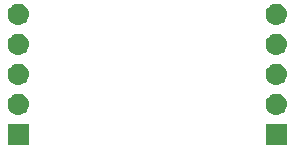
<source format=gbs>
G04 #@! TF.GenerationSoftware,KiCad,Pcbnew,5.0.2-bee76a0~70~ubuntu18.04.1*
G04 #@! TF.CreationDate,2019-07-29T11:10:54+02:00*
G04 #@! TF.ProjectId,SWD_Isolator,5357445f-4973-46f6-9c61-746f722e6b69,rev?*
G04 #@! TF.SameCoordinates,PX4148288PY2f7a4c0*
G04 #@! TF.FileFunction,Soldermask,Bot*
G04 #@! TF.FilePolarity,Negative*
%FSLAX46Y46*%
G04 Gerber Fmt 4.6, Leading zero omitted, Abs format (unit mm)*
G04 Created by KiCad (PCBNEW 5.0.2-bee76a0~70~ubuntu18.04.1) date pon 29 jul 2019 11:10:54 CEST*
%MOMM*%
%LPD*%
G01*
G04 APERTURE LIST*
%ADD10C,0.100000*%
G04 APERTURE END LIST*
D10*
G36*
X5028500Y432500D02*
X3226500Y432500D01*
X3226500Y2234500D01*
X5028500Y2234500D01*
X5028500Y432500D01*
X5028500Y432500D01*
G37*
G36*
X26872500Y432500D02*
X25070500Y432500D01*
X25070500Y2234500D01*
X26872500Y2234500D01*
X26872500Y432500D01*
X26872500Y432500D01*
G37*
G36*
X4237942Y4767982D02*
X4304127Y4761463D01*
X4417353Y4727116D01*
X4473967Y4709943D01*
X4612587Y4635848D01*
X4630491Y4626278D01*
X4666229Y4596948D01*
X4767686Y4513686D01*
X4850948Y4412229D01*
X4880278Y4376491D01*
X4880279Y4376489D01*
X4963943Y4219967D01*
X4963943Y4219966D01*
X5015463Y4050127D01*
X5032859Y3873500D01*
X5015463Y3696873D01*
X4981116Y3583647D01*
X4963943Y3527033D01*
X4889848Y3388413D01*
X4880278Y3370509D01*
X4850948Y3334771D01*
X4767686Y3233314D01*
X4666229Y3150052D01*
X4630491Y3120722D01*
X4630489Y3120721D01*
X4473967Y3037057D01*
X4417353Y3019884D01*
X4304127Y2985537D01*
X4237942Y2979018D01*
X4171760Y2972500D01*
X4083240Y2972500D01*
X4017057Y2979019D01*
X3950873Y2985537D01*
X3837647Y3019884D01*
X3781033Y3037057D01*
X3624511Y3120721D01*
X3624509Y3120722D01*
X3588771Y3150052D01*
X3487314Y3233314D01*
X3404052Y3334771D01*
X3374722Y3370509D01*
X3365152Y3388413D01*
X3291057Y3527033D01*
X3273884Y3583647D01*
X3239537Y3696873D01*
X3222141Y3873500D01*
X3239537Y4050127D01*
X3291057Y4219966D01*
X3291057Y4219967D01*
X3374721Y4376489D01*
X3374722Y4376491D01*
X3404052Y4412229D01*
X3487314Y4513686D01*
X3588771Y4596948D01*
X3624509Y4626278D01*
X3642413Y4635848D01*
X3781033Y4709943D01*
X3837647Y4727116D01*
X3950873Y4761463D01*
X4017058Y4767982D01*
X4083240Y4774500D01*
X4171760Y4774500D01*
X4237942Y4767982D01*
X4237942Y4767982D01*
G37*
G36*
X26081942Y4767982D02*
X26148127Y4761463D01*
X26261353Y4727116D01*
X26317967Y4709943D01*
X26456587Y4635848D01*
X26474491Y4626278D01*
X26510229Y4596948D01*
X26611686Y4513686D01*
X26694948Y4412229D01*
X26724278Y4376491D01*
X26724279Y4376489D01*
X26807943Y4219967D01*
X26807943Y4219966D01*
X26859463Y4050127D01*
X26876859Y3873500D01*
X26859463Y3696873D01*
X26825116Y3583647D01*
X26807943Y3527033D01*
X26733848Y3388413D01*
X26724278Y3370509D01*
X26694948Y3334771D01*
X26611686Y3233314D01*
X26510229Y3150052D01*
X26474491Y3120722D01*
X26474489Y3120721D01*
X26317967Y3037057D01*
X26261353Y3019884D01*
X26148127Y2985537D01*
X26081942Y2979018D01*
X26015760Y2972500D01*
X25927240Y2972500D01*
X25861057Y2979019D01*
X25794873Y2985537D01*
X25681647Y3019884D01*
X25625033Y3037057D01*
X25468511Y3120721D01*
X25468509Y3120722D01*
X25432771Y3150052D01*
X25331314Y3233314D01*
X25248052Y3334771D01*
X25218722Y3370509D01*
X25209152Y3388413D01*
X25135057Y3527033D01*
X25117884Y3583647D01*
X25083537Y3696873D01*
X25066141Y3873500D01*
X25083537Y4050127D01*
X25135057Y4219966D01*
X25135057Y4219967D01*
X25218721Y4376489D01*
X25218722Y4376491D01*
X25248052Y4412229D01*
X25331314Y4513686D01*
X25432771Y4596948D01*
X25468509Y4626278D01*
X25486413Y4635848D01*
X25625033Y4709943D01*
X25681647Y4727116D01*
X25794873Y4761463D01*
X25861058Y4767982D01*
X25927240Y4774500D01*
X26015760Y4774500D01*
X26081942Y4767982D01*
X26081942Y4767982D01*
G37*
G36*
X26081942Y7307982D02*
X26148127Y7301463D01*
X26261353Y7267116D01*
X26317967Y7249943D01*
X26456587Y7175848D01*
X26474491Y7166278D01*
X26510229Y7136948D01*
X26611686Y7053686D01*
X26694948Y6952229D01*
X26724278Y6916491D01*
X26724279Y6916489D01*
X26807943Y6759967D01*
X26807943Y6759966D01*
X26859463Y6590127D01*
X26876859Y6413500D01*
X26859463Y6236873D01*
X26825116Y6123647D01*
X26807943Y6067033D01*
X26733848Y5928413D01*
X26724278Y5910509D01*
X26694948Y5874771D01*
X26611686Y5773314D01*
X26510229Y5690052D01*
X26474491Y5660722D01*
X26474489Y5660721D01*
X26317967Y5577057D01*
X26261353Y5559884D01*
X26148127Y5525537D01*
X26081942Y5519018D01*
X26015760Y5512500D01*
X25927240Y5512500D01*
X25861057Y5519019D01*
X25794873Y5525537D01*
X25681647Y5559884D01*
X25625033Y5577057D01*
X25468511Y5660721D01*
X25468509Y5660722D01*
X25432771Y5690052D01*
X25331314Y5773314D01*
X25248052Y5874771D01*
X25218722Y5910509D01*
X25209152Y5928413D01*
X25135057Y6067033D01*
X25117884Y6123647D01*
X25083537Y6236873D01*
X25066141Y6413500D01*
X25083537Y6590127D01*
X25135057Y6759966D01*
X25135057Y6759967D01*
X25218721Y6916489D01*
X25218722Y6916491D01*
X25248052Y6952229D01*
X25331314Y7053686D01*
X25432771Y7136948D01*
X25468509Y7166278D01*
X25486413Y7175848D01*
X25625033Y7249943D01*
X25681647Y7267116D01*
X25794873Y7301463D01*
X25861058Y7307982D01*
X25927240Y7314500D01*
X26015760Y7314500D01*
X26081942Y7307982D01*
X26081942Y7307982D01*
G37*
G36*
X4237942Y7307982D02*
X4304127Y7301463D01*
X4417353Y7267116D01*
X4473967Y7249943D01*
X4612587Y7175848D01*
X4630491Y7166278D01*
X4666229Y7136948D01*
X4767686Y7053686D01*
X4850948Y6952229D01*
X4880278Y6916491D01*
X4880279Y6916489D01*
X4963943Y6759967D01*
X4963943Y6759966D01*
X5015463Y6590127D01*
X5032859Y6413500D01*
X5015463Y6236873D01*
X4981116Y6123647D01*
X4963943Y6067033D01*
X4889848Y5928413D01*
X4880278Y5910509D01*
X4850948Y5874771D01*
X4767686Y5773314D01*
X4666229Y5690052D01*
X4630491Y5660722D01*
X4630489Y5660721D01*
X4473967Y5577057D01*
X4417353Y5559884D01*
X4304127Y5525537D01*
X4237943Y5519019D01*
X4171760Y5512500D01*
X4083240Y5512500D01*
X4017057Y5519019D01*
X3950873Y5525537D01*
X3837647Y5559884D01*
X3781033Y5577057D01*
X3624511Y5660721D01*
X3624509Y5660722D01*
X3588771Y5690052D01*
X3487314Y5773314D01*
X3404052Y5874771D01*
X3374722Y5910509D01*
X3365152Y5928413D01*
X3291057Y6067033D01*
X3273884Y6123647D01*
X3239537Y6236873D01*
X3222141Y6413500D01*
X3239537Y6590127D01*
X3291057Y6759966D01*
X3291057Y6759967D01*
X3374721Y6916489D01*
X3374722Y6916491D01*
X3404052Y6952229D01*
X3487314Y7053686D01*
X3588771Y7136948D01*
X3624509Y7166278D01*
X3642413Y7175848D01*
X3781033Y7249943D01*
X3837647Y7267116D01*
X3950873Y7301463D01*
X4017058Y7307982D01*
X4083240Y7314500D01*
X4171760Y7314500D01*
X4237942Y7307982D01*
X4237942Y7307982D01*
G37*
G36*
X4237943Y9847981D02*
X4304127Y9841463D01*
X4417353Y9807116D01*
X4473967Y9789943D01*
X4612587Y9715848D01*
X4630491Y9706278D01*
X4666229Y9676948D01*
X4767686Y9593686D01*
X4850948Y9492229D01*
X4880278Y9456491D01*
X4880279Y9456489D01*
X4963943Y9299967D01*
X4963943Y9299966D01*
X5015463Y9130127D01*
X5032859Y8953500D01*
X5015463Y8776873D01*
X4981116Y8663647D01*
X4963943Y8607033D01*
X4889848Y8468413D01*
X4880278Y8450509D01*
X4850948Y8414771D01*
X4767686Y8313314D01*
X4666229Y8230052D01*
X4630491Y8200722D01*
X4630489Y8200721D01*
X4473967Y8117057D01*
X4417353Y8099884D01*
X4304127Y8065537D01*
X4237942Y8059018D01*
X4171760Y8052500D01*
X4083240Y8052500D01*
X4017058Y8059018D01*
X3950873Y8065537D01*
X3837647Y8099884D01*
X3781033Y8117057D01*
X3624511Y8200721D01*
X3624509Y8200722D01*
X3588771Y8230052D01*
X3487314Y8313314D01*
X3404052Y8414771D01*
X3374722Y8450509D01*
X3365152Y8468413D01*
X3291057Y8607033D01*
X3273884Y8663647D01*
X3239537Y8776873D01*
X3222141Y8953500D01*
X3239537Y9130127D01*
X3291057Y9299966D01*
X3291057Y9299967D01*
X3374721Y9456489D01*
X3374722Y9456491D01*
X3404052Y9492229D01*
X3487314Y9593686D01*
X3588771Y9676948D01*
X3624509Y9706278D01*
X3642413Y9715848D01*
X3781033Y9789943D01*
X3837647Y9807116D01*
X3950873Y9841463D01*
X4017057Y9847981D01*
X4083240Y9854500D01*
X4171760Y9854500D01*
X4237943Y9847981D01*
X4237943Y9847981D01*
G37*
G36*
X26081943Y9847981D02*
X26148127Y9841463D01*
X26261353Y9807116D01*
X26317967Y9789943D01*
X26456587Y9715848D01*
X26474491Y9706278D01*
X26510229Y9676948D01*
X26611686Y9593686D01*
X26694948Y9492229D01*
X26724278Y9456491D01*
X26724279Y9456489D01*
X26807943Y9299967D01*
X26807943Y9299966D01*
X26859463Y9130127D01*
X26876859Y8953500D01*
X26859463Y8776873D01*
X26825116Y8663647D01*
X26807943Y8607033D01*
X26733848Y8468413D01*
X26724278Y8450509D01*
X26694948Y8414771D01*
X26611686Y8313314D01*
X26510229Y8230052D01*
X26474491Y8200722D01*
X26474489Y8200721D01*
X26317967Y8117057D01*
X26261353Y8099884D01*
X26148127Y8065537D01*
X26081942Y8059018D01*
X26015760Y8052500D01*
X25927240Y8052500D01*
X25861058Y8059018D01*
X25794873Y8065537D01*
X25681647Y8099884D01*
X25625033Y8117057D01*
X25468511Y8200721D01*
X25468509Y8200722D01*
X25432771Y8230052D01*
X25331314Y8313314D01*
X25248052Y8414771D01*
X25218722Y8450509D01*
X25209152Y8468413D01*
X25135057Y8607033D01*
X25117884Y8663647D01*
X25083537Y8776873D01*
X25066141Y8953500D01*
X25083537Y9130127D01*
X25135057Y9299966D01*
X25135057Y9299967D01*
X25218721Y9456489D01*
X25218722Y9456491D01*
X25248052Y9492229D01*
X25331314Y9593686D01*
X25432771Y9676948D01*
X25468509Y9706278D01*
X25486413Y9715848D01*
X25625033Y9789943D01*
X25681647Y9807116D01*
X25794873Y9841463D01*
X25861057Y9847981D01*
X25927240Y9854500D01*
X26015760Y9854500D01*
X26081943Y9847981D01*
X26081943Y9847981D01*
G37*
G36*
X4237942Y12387982D02*
X4304127Y12381463D01*
X4417353Y12347116D01*
X4473967Y12329943D01*
X4612587Y12255848D01*
X4630491Y12246278D01*
X4666229Y12216948D01*
X4767686Y12133686D01*
X4850948Y12032229D01*
X4880278Y11996491D01*
X4880279Y11996489D01*
X4963943Y11839967D01*
X4963943Y11839966D01*
X5015463Y11670127D01*
X5032859Y11493500D01*
X5015463Y11316873D01*
X4981116Y11203647D01*
X4963943Y11147033D01*
X4889848Y11008413D01*
X4880278Y10990509D01*
X4850948Y10954771D01*
X4767686Y10853314D01*
X4666229Y10770052D01*
X4630491Y10740722D01*
X4630489Y10740721D01*
X4473967Y10657057D01*
X4417353Y10639884D01*
X4304127Y10605537D01*
X4237942Y10599018D01*
X4171760Y10592500D01*
X4083240Y10592500D01*
X4017058Y10599018D01*
X3950873Y10605537D01*
X3837647Y10639884D01*
X3781033Y10657057D01*
X3624511Y10740721D01*
X3624509Y10740722D01*
X3588771Y10770052D01*
X3487314Y10853314D01*
X3404052Y10954771D01*
X3374722Y10990509D01*
X3365152Y11008413D01*
X3291057Y11147033D01*
X3273884Y11203647D01*
X3239537Y11316873D01*
X3222141Y11493500D01*
X3239537Y11670127D01*
X3291057Y11839966D01*
X3291057Y11839967D01*
X3374721Y11996489D01*
X3374722Y11996491D01*
X3404052Y12032229D01*
X3487314Y12133686D01*
X3588771Y12216948D01*
X3624509Y12246278D01*
X3642413Y12255848D01*
X3781033Y12329943D01*
X3837647Y12347116D01*
X3950873Y12381463D01*
X4017058Y12387982D01*
X4083240Y12394500D01*
X4171760Y12394500D01*
X4237942Y12387982D01*
X4237942Y12387982D01*
G37*
G36*
X26081942Y12387982D02*
X26148127Y12381463D01*
X26261353Y12347116D01*
X26317967Y12329943D01*
X26456587Y12255848D01*
X26474491Y12246278D01*
X26510229Y12216948D01*
X26611686Y12133686D01*
X26694948Y12032229D01*
X26724278Y11996491D01*
X26724279Y11996489D01*
X26807943Y11839967D01*
X26807943Y11839966D01*
X26859463Y11670127D01*
X26876859Y11493500D01*
X26859463Y11316873D01*
X26825116Y11203647D01*
X26807943Y11147033D01*
X26733848Y11008413D01*
X26724278Y10990509D01*
X26694948Y10954771D01*
X26611686Y10853314D01*
X26510229Y10770052D01*
X26474491Y10740722D01*
X26474489Y10740721D01*
X26317967Y10657057D01*
X26261353Y10639884D01*
X26148127Y10605537D01*
X26081942Y10599018D01*
X26015760Y10592500D01*
X25927240Y10592500D01*
X25861058Y10599018D01*
X25794873Y10605537D01*
X25681647Y10639884D01*
X25625033Y10657057D01*
X25468511Y10740721D01*
X25468509Y10740722D01*
X25432771Y10770052D01*
X25331314Y10853314D01*
X25248052Y10954771D01*
X25218722Y10990509D01*
X25209152Y11008413D01*
X25135057Y11147033D01*
X25117884Y11203647D01*
X25083537Y11316873D01*
X25066141Y11493500D01*
X25083537Y11670127D01*
X25135057Y11839966D01*
X25135057Y11839967D01*
X25218721Y11996489D01*
X25218722Y11996491D01*
X25248052Y12032229D01*
X25331314Y12133686D01*
X25432771Y12216948D01*
X25468509Y12246278D01*
X25486413Y12255848D01*
X25625033Y12329943D01*
X25681647Y12347116D01*
X25794873Y12381463D01*
X25861058Y12387982D01*
X25927240Y12394500D01*
X26015760Y12394500D01*
X26081942Y12387982D01*
X26081942Y12387982D01*
G37*
M02*

</source>
